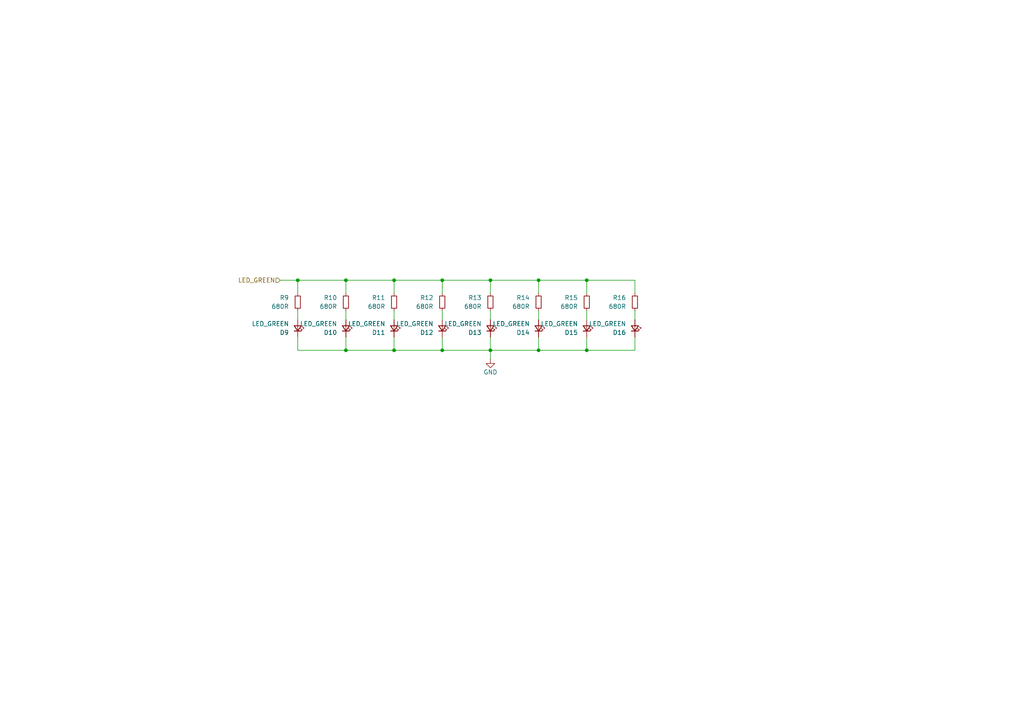
<source format=kicad_sch>
(kicad_sch (version 20231120) (generator "eeschema") (generator_version "8.0")
  (paper "A4")
  (lib_symbols
    (symbol "Device:LED_Small" (pin_numbers hide) (pin_names (offset 0.254) hide)
      (property "Reference" "D" (at -1.27 3.175 0))
      (property "Value" "LED_Small" (at -4.445 -2.54 0))
      (symbol "LED_Small_0_1"
        (polyline (pts (xy -0.762 -1.016) (xy -0.762 1.016)) (stroke (width 0.254)))
        (polyline (pts (xy 1.016 0) (xy -0.762 0)))
        (polyline (pts (xy 0.762 -1.016) (xy -0.762 0) (xy 0.762 1.016) (xy 0.762 -1.016)) (stroke (width 0.254)))
        (polyline (pts (xy 0 0.762) (xy -0.508 1.27) (xy -0.254 1.27) (xy -0.508 1.27) (xy -0.508 1.016)))
        (polyline (pts (xy 0.508 1.27) (xy 0 1.778) (xy 0.254 1.778) (xy 0 1.778) (xy 0 1.524)))
      )
      (symbol "LED_Small_1_1"
        (pin passive line (at -2.54 0 0) (length 1.778) (name "K") (number "1"))
        (pin passive line (at 2.54 0 180) (length 1.778) (name "A") (number "2"))
      )
    )
    (symbol "Device:R_Small" (pin_numbers hide) (pin_names (offset 0.254) hide)
      (property "Reference" "R" (at 0.762 0.508 0))
      (property "Value" "R_Small" (at 0.762 -1.016 0))
      (symbol "R_Small_0_1"
        (rectangle (start -0.762 1.778) (end 0.762 -1.778) (stroke (width 0.2032)))
      )
      (symbol "R_Small_1_1"
        (pin passive line (at 0 2.54 270) (length 0.762) (name "~") (number "1"))
        (pin passive line (at 0 -2.54 90) (length 0.762) (name "~") (number "2"))
      )
    )
    (symbol "power:GND" (power) (pin_numbers hide) (pin_names (offset 0) hide)
      (property "Value" "GND" (at 0 -3.81 0))
      (symbol "GND_0_1"
        (polyline (pts (xy 0 0) (xy 0 -1.27) (xy 1.27 -1.27) (xy 0 -2.54) (xy -1.27 -1.27) (xy 0 -1.27)))
      )
      (symbol "GND_1_1"
        (pin power_in line (at 0 0 270) (length 0) (name "~") (number "1"))
      )
    )
  )
  (junction (at 156.21 81.28))
  (junction (at 142.24 101.6))
  (junction (at 170.18 101.6))
  (junction (at 114.3 101.6))
  (junction (at 142.24 81.28))
  (junction (at 156.21 101.6))
  (junction (at 114.3 81.28))
  (junction (at 128.27 81.28))
  (junction (at 100.33 101.6))
  (junction (at 100.33 81.28))
  (junction (at 86.36 81.28))
  (junction (at 170.18 81.28))
  (junction (at 128.27 101.6))
  (wire (pts (xy 142.24 97.79) (xy 142.24 101.6)))
  (wire (pts (xy 142.24 92.71) (xy 142.24 90.17)))
  (wire (pts (xy 114.3 92.71) (xy 114.3 90.17)))
  (wire (pts (xy 86.36 90.17) (xy 86.36 92.71)))
  (wire (pts (xy 114.3 85.09) (xy 114.3 81.28)))
  (wire (pts (xy 128.27 81.28) (xy 114.3 81.28)))
  (wire (pts (xy 100.33 92.71) (xy 100.33 90.17)))
  (wire (pts (xy 86.36 97.79) (xy 86.36 101.6)))
  (wire (pts (xy 81.28 81.28) (xy 86.36 81.28)))
  (wire (pts (xy 156.21 81.28) (xy 156.21 85.09)))
  (wire (pts (xy 156.21 97.79) (xy 156.21 101.6)))
  (wire (pts (xy 156.21 101.6) (xy 170.18 101.6)))
  (wire (pts (xy 142.24 81.28) (xy 128.27 81.28)))
  (wire (pts (xy 114.3 81.28) (xy 100.33 81.28)))
  (wire (pts (xy 100.33 97.79) (xy 100.33 101.6)))
  (wire (pts (xy 184.15 97.79) (xy 184.15 101.6)))
  (wire (pts (xy 114.3 101.6) (xy 128.27 101.6)))
  (wire (pts (xy 86.36 81.28) (xy 86.36 85.09)))
  (wire (pts (xy 170.18 90.17) (xy 170.18 92.71)))
  (wire (pts (xy 184.15 90.17) (xy 184.15 92.71)))
  (wire (pts (xy 128.27 92.71) (xy 128.27 90.17)))
  (wire (pts (xy 114.3 97.79) (xy 114.3 101.6)))
  (wire (pts (xy 170.18 101.6) (xy 184.15 101.6)))
  (wire (pts (xy 142.24 104.14) (xy 142.24 101.6)))
  (wire (pts (xy 100.33 101.6) (xy 114.3 101.6)))
  (wire (pts (xy 100.33 85.09) (xy 100.33 81.28)))
  (wire (pts (xy 128.27 85.09) (xy 128.27 81.28)))
  (wire (pts (xy 86.36 101.6) (xy 100.33 101.6)))
  (wire (pts (xy 170.18 81.28) (xy 156.21 81.28)))
  (wire (pts (xy 156.21 81.28) (xy 142.24 81.28)))
  (wire (pts (xy 100.33 81.28) (xy 86.36 81.28)))
  (wire (pts (xy 128.27 97.79) (xy 128.27 101.6)))
  (wire (pts (xy 142.24 85.09) (xy 142.24 81.28)))
  (wire (pts (xy 142.24 101.6) (xy 156.21 101.6)))
  (wire (pts (xy 170.18 97.79) (xy 170.18 101.6)))
  (wire (pts (xy 128.27 101.6) (xy 142.24 101.6)))
  (wire (pts (xy 184.15 81.28) (xy 170.18 81.28)))
  (wire (pts (xy 156.21 90.17) (xy 156.21 92.71)))
  (wire (pts (xy 184.15 81.28) (xy 184.15 85.09)))
  (wire (pts (xy 170.18 81.28) (xy 170.18 85.09)))
  (hierarchical_label "LED_GREEN" (shape input) (at 81.28 81.28 180))
  (symbol (lib_id "Device:LED_Small") (at 184.15 95.25 270) (mirror x) (unit 1)
    (property "Reference" "D16" (at 181.61 96.4566 90) (effects (justify right)))
    (property "Value" "LED_GREEN" (at 181.61 93.9166 90) (effects (justify right)))
    (property "Footprint" "LED_THT:LED_D3.0mm" (effects (hide yes)))
    (property "Datasheet" "https://optoelectronics.liteon.com/upload/download/DS-20-92-0246/LTL-4231N.pdf" (effects (hide yes)))
    (property "Description" "Light emitting diode, small symbol" (effects (hide yes)))
    (property "MNR" "859-LTL-4231N " (effects (hide yes)))
    (property "LCSC" "C7470728" (effects (hide yes)))
  )
  (symbol (lib_id "Device:LED_Small") (at 100.33 95.25 270) (mirror x) (unit 1)
    (property "Reference" "D10" (at 97.79 96.4566 90) (effects (justify right)))
    (property "Value" "LED_GREEN" (at 97.79 93.9166 90) (effects (justify right)))
    (property "Footprint" "LED_THT:LED_D3.0mm" (effects (hide yes)))
    (property "Datasheet" "https://optoelectronics.liteon.com/upload/download/DS-20-92-0246/LTL-4231N.pdf" (effects (hide yes)))
    (property "Description" "Light emitting diode, small symbol" (effects (hide yes)))
    (property "MNR" "859-LTL-4231N " (effects (hide yes)))
    (property "LCSC" "C7470728" (effects (hide yes)))
  )
  (symbol (lib_id "Device:R_Small") (at 86.36 87.63 0) (mirror y) (unit 1)
    (property "Reference" "R9" (at 83.82 86.3599 0) (effects (justify left)))
    (property "Value" "680R" (at 83.82 88.8999 0) (effects (justify left)))
    (property "Footprint" "Resistor_SMD:R_0603_1608Metric" (effects (hide yes)))
    (property "Description" "Resistor, small symbol" (effects (hide yes)))
  )
  (symbol (lib_id "power:GND") (at 142.24 104.14 0) (unit 1)
    (property "Reference" "#PWR11" (effects (hide yes)))
    (property "Value" "GND" (at 142.24 107.95 0))
    (property "Description" "Power symbol creates a global label with name \"GND\" , ground" (effects (hide yes)))
  )
  (symbol (lib_id "Device:R_Small") (at 100.33 87.63 0) (mirror y) (unit 1)
    (property "Reference" "R10" (at 97.79 86.3599 0) (effects (justify left)))
    (property "Value" "680R" (at 97.79 88.8999 0) (effects (justify left)))
    (property "Footprint" "Resistor_SMD:R_0603_1608Metric" (effects (hide yes)))
    (property "Description" "Resistor, small symbol" (effects (hide yes)))
  )
  (symbol (lib_id "Device:R_Small") (at 142.24 87.63 0) (mirror y) (unit 1)
    (property "Reference" "R13" (at 139.7 86.3599 0) (effects (justify left)))
    (property "Value" "680R" (at 139.7 88.8999 0) (effects (justify left)))
    (property "Footprint" "Resistor_SMD:R_0603_1608Metric" (effects (hide yes)))
    (property "Description" "Resistor, small symbol" (effects (hide yes)))
  )
  (symbol (lib_id "Device:R_Small") (at 114.3 87.63 0) (mirror y) (unit 1)
    (property "Reference" "R11" (at 111.76 86.3599 0) (effects (justify left)))
    (property "Value" "680R" (at 111.76 88.8999 0) (effects (justify left)))
    (property "Footprint" "Resistor_SMD:R_0603_1608Metric" (effects (hide yes)))
    (property "Description" "Resistor, small symbol" (effects (hide yes)))
  )
  (symbol (lib_id "Device:LED_Small") (at 86.36 95.25 270) (mirror x) (unit 1)
    (property "Reference" "D9" (at 83.82 96.4566 90) (effects (justify right)))
    (property "Value" "LED_GREEN" (at 83.82 93.9166 90) (effects (justify right)))
    (property "Footprint" "LED_THT:LED_D3.0mm" (effects (hide yes)))
    (property "Datasheet" "https://optoelectronics.liteon.com/upload/download/DS-20-92-0246/LTL-4231N.pdf" (effects (hide yes)))
    (property "Description" "Light emitting diode, small symbol" (effects (hide yes)))
    (property "MNR" "859-LTL-4231N " (effects (hide yes)))
    (property "LCSC" "C7470728" (effects (hide yes)))
  )
  (symbol (lib_id "Device:LED_Small") (at 114.3 95.25 270) (mirror x) (unit 1)
    (property "Reference" "D11" (at 111.76 96.4566 90) (effects (justify right)))
    (property "Value" "LED_GREEN" (at 111.76 93.9166 90) (effects (justify right)))
    (property "Footprint" "LED_THT:LED_D3.0mm" (effects (hide yes)))
    (property "Datasheet" "https://optoelectronics.liteon.com/upload/download/DS-20-92-0246/LTL-4231N.pdf" (effects (hide yes)))
    (property "Description" "Light emitting diode, small symbol" (effects (hide yes)))
    (property "MNR" "859-LTL-4231N " (effects (hide yes)))
    (property "LCSC" "C7470728" (effects (hide yes)))
  )
  (symbol (lib_id "Device:R_Small") (at 170.18 87.63 0) (mirror y) (unit 1)
    (property "Reference" "R15" (at 167.64 86.3599 0) (effects (justify left)))
    (property "Value" "680R" (at 167.64 88.8999 0) (effects (justify left)))
    (property "Footprint" "Resistor_SMD:R_0603_1608Metric" (effects (hide yes)))
    (property "Description" "Resistor, small symbol" (effects (hide yes)))
  )
  (symbol (lib_id "Device:LED_Small") (at 128.27 95.25 270) (mirror x) (unit 1)
    (property "Reference" "D12" (at 125.73 96.4566 90) (effects (justify right)))
    (property "Value" "LED_GREEN" (at 125.73 93.9166 90) (effects (justify right)))
    (property "Footprint" "LED_THT:LED_D3.0mm" (effects (hide yes)))
    (property "Datasheet" "https://optoelectronics.liteon.com/upload/download/DS-20-92-0246/LTL-4231N.pdf" (effects (hide yes)))
    (property "Description" "Light emitting diode, small symbol" (effects (hide yes)))
    (property "MNR" "859-LTL-4231N " (effects (hide yes)))
    (property "LCSC" "C7470728" (effects (hide yes)))
  )
  (symbol (lib_id "Device:R_Small") (at 128.27 87.63 0) (mirror y) (unit 1)
    (property "Reference" "R12" (at 125.73 86.3599 0) (effects (justify left)))
    (property "Value" "680R" (at 125.73 88.8999 0) (effects (justify left)))
    (property "Footprint" "Resistor_SMD:R_0603_1608Metric" (effects (hide yes)))
    (property "Description" "Resistor, small symbol" (effects (hide yes)))
  )
  (symbol (lib_id "Device:LED_Small") (at 142.24 95.25 270) (mirror x) (unit 1)
    (property "Reference" "D13" (at 139.7 96.4566 90) (effects (justify right)))
    (property "Value" "LED_GREEN" (at 139.7 93.9166 90) (effects (justify right)))
    (property "Footprint" "LED_THT:LED_D3.0mm" (effects (hide yes)))
    (property "Datasheet" "https://optoelectronics.liteon.com/upload/download/DS-20-92-0246/LTL-4231N.pdf" (effects (hide yes)))
    (property "Description" "Light emitting diode, small symbol" (effects (hide yes)))
    (property "MNR" "859-LTL-4231N " (effects (hide yes)))
    (property "LCSC" "C7470728" (effects (hide yes)))
  )
  (symbol (lib_id "Device:LED_Small") (at 170.18 95.25 270) (mirror x) (unit 1)
    (property "Reference" "D15" (at 167.64 96.4566 90) (effects (justify right)))
    (property "Value" "LED_GREEN" (at 167.64 93.9166 90) (effects (justify right)))
    (property "Footprint" "LED_THT:LED_D3.0mm" (effects (hide yes)))
    (property "Datasheet" "https://optoelectronics.liteon.com/upload/download/DS-20-92-0246/LTL-4231N.pdf" (effects (hide yes)))
    (property "Description" "Light emitting diode, small symbol" (effects (hide yes)))
    (property "MNR" "859-LTL-4231N " (effects (hide yes)))
    (property "LCSC" "C7470728" (effects (hide yes)))
  )
  (symbol (lib_id "Device:R_Small") (at 184.15 87.63 0) (mirror y) (unit 1)
    (property "Reference" "R16" (at 181.61 86.3599 0) (effects (justify left)))
    (property "Value" "680R" (at 181.61 88.8999 0) (effects (justify left)))
    (property "Footprint" "Resistor_SMD:R_0603_1608Metric" (effects (hide yes)))
    (property "Description" "Resistor, small symbol" (effects (hide yes)))
  )
  (symbol (lib_id "Device:R_Small") (at 156.21 87.63 0) (mirror y) (unit 1)
    (property "Reference" "R14" (at 153.67 86.3599 0) (effects (justify left)))
    (property "Value" "680R" (at 153.67 88.8999 0) (effects (justify left)))
    (property "Footprint" "Resistor_SMD:R_0603_1608Metric" (effects (hide yes)))
    (property "Description" "Resistor, small symbol" (effects (hide yes)))
  )
  (symbol (lib_id "Device:LED_Small") (at 156.21 95.25 270) (mirror x) (unit 1)
    (property "Reference" "D14" (at 153.67 96.4566 90) (effects (justify right)))
    (property "Value" "LED_GREEN" (at 153.67 93.9166 90) (effects (justify right)))
    (property "Footprint" "LED_THT:LED_D3.0mm" (effects (hide yes)))
    (property "Datasheet" "https://optoelectronics.liteon.com/upload/download/DS-20-92-0246/LTL-4231N.pdf" (effects (hide yes)))
    (property "Description" "Light emitting diode, small symbol" (effects (hide yes)))
    (property "MNR" "859-LTL-4231N " (effects (hide yes)))
    (property "LCSC" "C7470728" (effects (hide yes)))
  )
)
</source>
